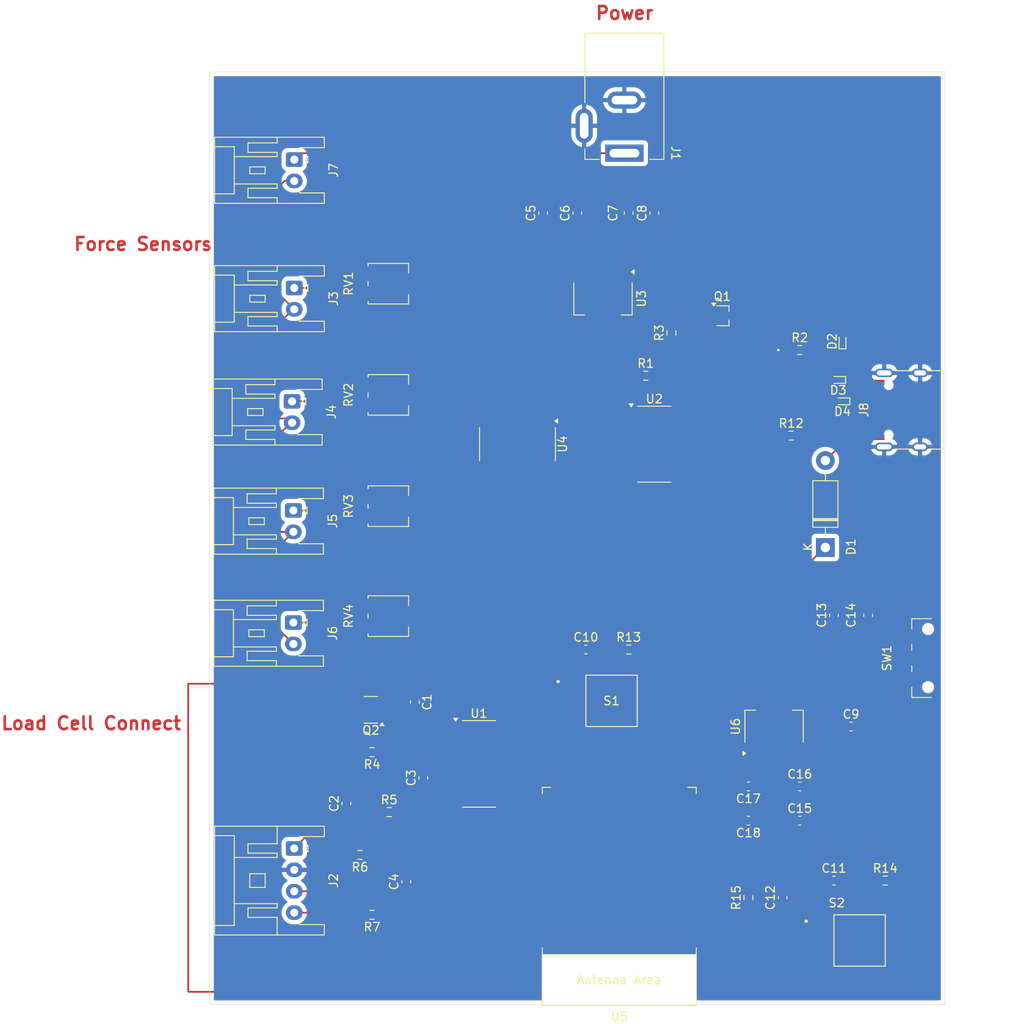
<source format=kicad_pcb>
(kicad_pcb (version 20240108) (generator "pcbnew") (generator_version "8.0")
  (title_block (title "FLOPS") (date "2024-11-14") (rev "REV3") (comment 1 "Team 09"))
  (layers (0 "F.Cu" signal) (31 "B.Cu" signal) (34 "B.Paste" user) (35 "F.Paste" user) (36 "B.SilkS" user "B.Silkscreen") (37 "F.SilkS" user "F.Silkscreen") (38 "B.Mask" user) (39 "F.Mask" user) (44 "Edge.Cuts" user))
  (net 0 "")
  (net 1 "ESP_3.3V")
  (net 2 "Net-(Q2-B)")
  (net 3 "Net-(J2-Pin_1)")
  (net 4 "GND")
  (net 6 "Net-(U1-VBG)")
  (net 7 "Net-(U1-INA-)")
  (net 8 "Net-(U1-VFB)")
  (net 9 "+5V_WALL")
  (net 10 "+3.3V_WALL")
  (net 11 "Net-(U1-INA+)")
  (net 12 "+5VUSB")
  (net 13 "GPIO0_BOOT")
  (net 14 "CHIP_PU_EN")
  (net 15 "Net-(D1-A)")
  (net 16 "Net-(D3-A1)")
  (net 17 "Net-(D4-A1)")
  (net 18 "Net-(J7-Pin_1)")
  (net 21 "Net-(J8-CC2)")
  (net 22 "Net-(J8-CC1)")
  (net 23 "NFET_3.3V")
  (net 24 "Net-(U4A-+)")
  (net 25 "Net-(U4B-+)")
  (net 26 "Net-(U4C-+)")
  (net 27 "Net-(U4D-+)")
  (net 28 "Net-(SW1-B)")
  (net 40 "Net-(J3-Pin_1)")
  (net 41 "Net-(J2-Pin_3)")
  (net 42 "Net-(J2-Pin_4)")
  (net 43 "Net-(J4-Pin_1)")
  (net 44 "Net-(J5-Pin_1)")
  (net 45 "Net-(J6-Pin_1)")
  (net 46 "Net-(Q1-G)")
  (net 49 "Net-(U4C--)")
  (net 50 "Net-(U4A--)")
  (net 51 "Net-(U4B--)")
  (net 53 "Net-(U4D--)")
  (net 69 "Net-(R1-Pad1)")
  (net 75 "GPIO_36")
  (net 76 "GPIO_35")
  (footprint "TS04-66-95-BK-100-SMT:SW_TS04-66-95-BK-100-SMT" (layer "F.Cu") (at 116 152)
    (property "Reference" "S2")
    (property "Value" "PTS810SJM250SMTR LFS")
  )
  (footprint "Resistor_SMD:R_0603_1608Metric_Pad0.98x0.95mm_HandSolder" (layer "F.Cu") (at 59 149 180)
    (property "Reference" "R7")
    (property "Value" "100")
  )
  (footprint "Capacitor_SMD:C_0603_1608Metric_Pad1.08x0.95mm_HandSolder" (layer "F.Cu") (at 65 133 90)
    (property "Reference" "C3")
    (property "Value" "0.1uF")
  )
  (footprint "Connector_JST:JST_XA_S04B-XASK-1N-BN_1x04_P2.50mm_Horizontal" (layer "F.Cu") (at 49.9 141.25 -90)
    (property "Reference" "J2")
    (property "Value" "Conn_01x04")
  )
  (footprint "Resistor_SMD:R_0603_1608Metric_Pad0.98x0.95mm_HandSolder" (layer "F.Cu") (at 119 145)
    (property "Reference" "R14")
    (property "Value" "10k")
  )
  (footprint "Potentiometer_SMD:Potentiometer_Bourns_3314G_Vertical" (layer "F.Cu") (at 60.9 75.25 90)
    (property "Reference" "RV1")
    (property "Value" "100k Trim Pot")
  )
  (footprint "Resistor_SMD:R_0603_1608Metric_Pad0.98x0.95mm_HandSolder" (layer "F.Cu") (at 108 93)
    (property "Reference" "R12")
    (property "Value" "5.1k")
  )
  (footprint "Connector_USB:USB_C_Receptacle_G-Switch_GT-USB-7010ASV" (layer "F.Cu") (at 122 90 90)
    (property "Reference" "J8")
    (property "Value" "USB_C_Receptacle_16P")
  )
  (footprint "Potentiometer_SMD:Potentiometer_Bourns_3314G_Vertical" (layer "F.Cu") (at 60.9 114.1 90)
    (property "Reference" "RV4")
    (property "Value" "100k Trim Pot")
  )
  (footprint "Capacitor_SMD:C_0603_1608Metric_Pad1.08x0.95mm_HandSolder" (layer "F.Cu") (at 92 67 90)
    (property "Reference" "C8")
    (property "Value" "0.1uF")
  )
  (footprint "Capacitor_SMD:C_0603_1608Metric_Pad1.08x0.95mm_HandSolder" (layer "F.Cu") (at 79 67 90)
    (property "Reference" "C5")
    (property "Value" "10uF")
  )
  (footprint "Package_TO_SOT_SMD:SOT-23-3" (layer "F.Cu") (at 58.8625 125.05 180)
    (property "Reference" "Q2")
    (property "Value" "S8550")
  )
  (footprint "Connector_JST:JST_XA_S02B-XASK-1N-BN_1x02_P2.50mm_Horizontal" (layer "F.Cu") (at 49.65 89 -90)
    (property "Reference" "J4")
    (property "Value" "Conn_01x02")
  )
  (footprint "Capacitor_SMD:C_0603_1608Metric_Pad1.08x0.95mm_HandSolder" (layer "F.Cu") (at 89 67 90)
    (property "Reference" "C7")
    (property "Value" "10uF")
  )
  (footprint "Connector_JST:JST_XA_S02B-XASK-1N-BN_1x02_P2.50mm_Horizontal" (layer "F.Cu") (at 49.8 101.75 -90)
    (property "Reference" "J5")
    (property "Value" "Conn_01x02")
  )
  (footprint "Package_TO_SOT_SMD:SOT-223-3_TabPin2" (layer "F.Cu") (at 86 77 -90)
    (property "Reference" "U3")
    (property "Value" "AZ1117CH-3.3")
  )
  (footprint "Capacitor_SMD:C_0603_1608Metric_Pad1.08x0.95mm_HandSolder" (layer "F.Cu") (at 115 127)
    (property "Reference" "C9")
    (property "Value" "10uF")
  )
  (footprint "Connector_JST:JST_XA_S02B-XASK-1N-BN_1x02_P2.50mm_Horizontal" (layer "F.Cu") (at 49.9 75.75 -90)
    (property "Reference" "J3")
    (property "Value" "Conn_01x02")
  )
  (footprint "PCM_Espressif:ESP32-S3-WROOM-1" (layer "F.Cu") (at 87.9 143.855 180)
    (property "Reference" "U5")
    (property "Value" "ESP32-S3-WROOM-1-N16R8")
  )
  (footprint "Capacitor_SMD:C_0603_1608Metric_Pad1.08x0.95mm_HandSolder" (layer "F.Cu") (at 107 147 90)
    (property "Reference" "C12")
    (property "Value" "1uf")
  )
  (footprint "Capacitor_SMD:C_0603_1608Metric_Pad1.08x0.95mm_HandSolder" (layer "F.Cu") (at 117 114 90)
    (property "Reference" "C14")
    (property "Value" "0.1uF")
  )
  (footprint "Capacitor_SMD:C_0603_1608Metric_Pad1.08x0.95mm_HandSolder" (layer "F.Cu") (at 64 124.1375 -90)
    (property "Reference" "C1")
    (property "Value" "10uF")
  )
  (footprint "Resistor_SMD:R_0603_1608Metric_Pad0.98x0.95mm_HandSolder" (layer "F.Cu") (at 109 83)
    (property "Reference" "R2")
    (property "Value" "5.1k")
  )
  (footprint "Diode_THT:D_DO-41_SOD81_P10.16mm_Horizontal" (layer "F.Cu") (at 112 106.08 90)
    (property "Reference" "D1")
    (property "Value" "1N5819-HW-7-F")
  )
  (footprint "Connector_BarrelJack:BarrelJack_Kycon_KLDX-0202-xC_Horizontal" (layer "F.Cu") (at 88.5 60 -90)
    (property "Reference" "J1")
    (property "Value" "Barrel_Jack")
  )
  (footprint "Connector_JST:JST_XA_S02B-XASK-1N-BN_1x02_P2.50mm_Horizontal" (layer "F.Cu") (at 49.8 114.85 -90)
    (property "Reference" "J6")
    (property "Value" "Conn_01x02")
  )
  (footprint "Resistor_SMD:R_0603_1608Metric_Pad0.98x0.95mm_HandSolder" (layer "F.Cu") (at 91 86)
    (property "Reference" "R1")
    (property "Value" "100")
  )
  (footprint "Potentiometer_SMD:Potentiometer_Bourns_3314G_Vertical" (layer "F.Cu") (at 60.9 88.25 90)
    (property "Reference" "RV2")
    (property "Value" "100k Trim Pot")
  )
  (footprint "Resistor_SMD:R_0603_1608Metric_Pad0.98x0.95mm_HandSolder" (layer "F.Cu") (at 94 81 90)
    (property "Reference" "R3")
    (property "Value" "10k")
  )
  (footprint "Resistor_SMD:R_0603_1608Metric_Pad0.98x0.95mm_HandSolder" (layer "F.Cu") (at 57.5875 142 180)
    (property "Reference" "R6")
    (property "Value" "100")
  )
  (footprint "Button_Switch_SMD:SW_SPDT_CK_JS102011SAQN" (layer "F.Cu") (at 124 119 90)
    (property "Reference" "SW1")
    (property "Value" "JS102011SAQN")
  )
  (footprint "Diode_SMD:D_SOD-923" (layer "F.Cu") (at 114 82 90)
    (property "Reference" "D2")
    (property "Value" "ESD5B5CU")
  )
  (footprint "Resistor_SMD:R_0603_1608Metric_Pad0.98x0.95mm_HandSolder" (layer "F.Cu") (at 103 147 90)
    (property "Reference" "R15")
    (property "Value" "10k")
  )
  (footprint "Package_SO:SOIC-14_3.9x8.7mm_P1.27mm" (layer "F.Cu") (at 92 94)
    (property "Reference" "U2")
    (property "Value" "74LS21")
  )
  (footprint "Connector_JST:JST_XA_S02B-XASK-1N-BN_1x02_P2.50mm_Horizontal" (layer "F.Cu") (at 49.9 60.75 -90)
    (property "Reference" "J7")
    (property "Value" "Conn_01x02")
  )
  (footprint "Capacitor_SMD:C_0603_1608Metric_Pad1.08x0.95mm_HandSolder" (layer "F.Cu") (at 83 67 90)
    (property "Reference" "C6")
    (property "Value" "0.1uF")
  )
  (footprint "Capacitor_SMD:C_0603_1608Metric_Pad1.08x0.95mm_HandSolder" (layer "F.Cu") (at 63 145.1375 90)
    (property "Reference" "C4")
    (property "Value" "0.1uF")
  )
  (footprint "Resistor_SMD:R_0603_1608Metric_Pad0.98x0.95mm_HandSolder" (layer "F.Cu") (at 89 118)
    (property "Reference" "R13")
    (property "Value" "10k")
  )
  (footprint "Capacitor_SMD:C_0603_1608Metric_Pad1.08x0.95mm_HandSolder" (layer "F.Cu") (at 109 138)
    (property "Reference" "C15")
    (property "Value" "10uF")
  )
  (footprint "Capacitor_SMD:C_0603_1608Metric_Pad1.08x0.95mm_HandSolder" (layer "F.Cu") (at 56 136 90)
    (property "Reference" "C2")
    (property "Value" "0.1uF")
  )
  (footprint "Capacitor_SMD:C_0603_1608Metric_Pad1.08x0.95mm_HandSolder" (layer "F.Cu") (at 113 114 90)
    (property "Reference" "C13")
    (property "Value" "10uF")
  )
  (footprint "Package_TO_SOT_SMD:SOT-323_SC-70" (layer "F.Cu") (at 100 79)
    (property "Reference" "Q1")
    (property "Value" "BSS816NWH6327XTSA1")
  )
  (footprint "Capacitor_SMD:C_0603_1608Metric_Pad1.08x0.95mm_HandSolder" (layer "F.Cu") (at 109 134)
    (property "Reference" "C16")
    (property "Value" "0.1uF")
  )
  (footprint "Package_SO:SOIC-14_3.9x8.7mm_P1.27mm" (layer "F.Cu") (at 76 94 -90)
    (property "Reference" "U4")
    (property "Value" "MCP6004")
  )
  (footprint "Diode_SMD:D_SOD-923" (layer "F.Cu") (at 114 89 180)
    (property "Reference" "D4")
    (property "Value" "ESD5B5CU")
  )
  (footprint "Package_SO:SOP-16_3.9x9.9mm_P1.27mm" (layer "F.Cu") (at 71.5 131.365)
    (property "Reference" "U1")
    (property "Value" "HX711")
  )
  (footprint "Package_TO_SOT_SMD:SOT-223-3_TabPin2" (layer "F.Cu") (at 106 127 90)
    (property "Reference" "U6")
    (property "Value" "AZ1117CH-3.3")
  )
  (footprint "TS04-66-95-BK-100-SMT:SW_TS04-66-95-BK-100-SMT" (layer "F.Cu") (at 87 124)
    (property "Reference" "S1")
    (property "Value" "PTS810SJM250SMTR LFS")
  )
  (footprint "Capacitor_SMD:C_0603_1608Metric_Pad1.08x0.95mm_HandSolder" (layer "F.Cu") (at 103 134 180)
    (property "Reference" "C17")
    (property "Value" "10uF")
  )
  (footprint "Capacitor_SMD:C_0603_1608Metric_Pad1.08x0.95mm_HandSolder" (layer "F.Cu") (at 103 138 180)
    (property "Reference" "C18")
    (property "Value" "0.1uF")
  )
  (footprint "Resistor_SMD:R_0603_1608Metric_Pad0.98x0.95mm_HandSolder" (layer "F.Cu") (at 59 130 180)
    (property "Reference" "R4")
    (property "Value" "20k")
  )
  (footprint "Resistor_SMD:R_0603_1608Metric_Pad0.98x0.95mm_HandSolder" (layer "F.Cu") (at 61 137)
    (property "Reference" "R5")
    (property "Value" "8.2k")
  )
  (footprint "Potentiometer_SMD:Potentiometer_Bourns_3314G_Vertical" (layer "F.Cu") (at 60.9 101.25 90)
    (property "Reference" "RV3")
    (property "Value" "100k Trim Pot")
  )
  (footprint "Capacitor_SMD:C_0603_1608Metric_Pad1.08x0.95mm_HandSolder" (layer "F.Cu") (at 113 145)
    (property "Reference" "C11")
    (property "Value" "0.1uF")
  )
  (footprint "Capacitor_SMD:C_0603_1608Metric_Pad1.08x0.95mm_HandSolder" (layer "F.Cu") (at 84 118)
    (property "Reference" "C10")
    (property "Value" "0.1uF")
  )
  (footprint "Diode_SMD:D_SOD-923" (layer "F.Cu") (at 113.5 86.5 180)
    (property "Reference" "D3")
    (property "Value" "ESD5B5CU")
  )
  (gr_rect (start 37.5 122) (end 77 158) (stroke (width 0.2)) (fill none) (layer "F.Cu"))
  (gr_rect (start 40 50.5) (end 126 159.5) (stroke (width 0.05)) (fill none) (layer "Edge.Cuts"))
  (gr_text "Force Sensors" (at 24 71.5 0) (layer "F.Cu") (effects (font (size 1.5 1.5) (thickness 0.3) (bold yes)) (justify left bottom)))
  (gr_text "Power" (at 85 44.5 0) (layer "F.Cu") (effects (font (size 1.5 1.5) (thickness 0.3) (bold yes)) (justify left bottom)))
  (gr_text "Load Cell Connect" (at 15.5 127.5 0) (layer "F.Cu") (effects (font (size 1.5 1.5) (thickness 0.3) (bold yes)) (justify left bottom)))
  (segment (start 106 114) (end 106 123.85) (width 0.2) (layer "F.Cu") (net 1))
  (segment (start 69 126.92) (end 65.92 126.92) (width 0.2) (layer "F.Cu") (net 1))
  (segment (start 106.5 106) (end 106.5 113.5) (width 0.2) (layer "F.Cu") (net 1))
  (segment (start 115 114.8625) (end 117 114.8625) (width 0.2) (layer "F.Cu") (net 1))
  (segment (start 74 126.92) (end 75 125.92) (width 0.2) (layer "F.Cu") (net 1))
  (segment (start 103.8625 138) (end 103.8625 134) (width 0.2) (layer "F.Cu") (net 1))
  (segment (start 75 120) (end 80 115) (width 0.2) (layer "F.Cu") (net 1))
  (segment (start 121.25 116.5) (end 116.6375 116.5) (width 0.2) (layer "F.Cu") (net 1))
  (segment (start 75 125.92) (end 75 120) (width 0.2) (layer "F.Cu") (net 1))
  (segment (start 114.5 113.3625) (end 114.5 104) (width 0.2) (layer "F.Cu") (net 1))
  (segment (start 100.15 118) (end 106 123.85) (width 0.2) (layer "F.Cu") (net 1))
  (segment (start 113 114.8625) (end 114.5 113.3625) (width 0.2) (layer "F.Cu") (net 1))
  (segment (start 99 115) (end 106 122) (width 0.2) (layer "F.Cu") (net 1))
  (segment (start 104 145) (end 103.8625 144.8625) (width 0.2) (layer "F.Cu") (net 1))
  (segment (start 89.9125 118) (end 100.15 118) (width 0.2) (layer "F.Cu") (net 1))
  (segment (start 103 146) (end 104 145) (width 0.2) (layer "F.Cu") (net 1))
  (segment (start 116.6375 116.5) (end 115 114.8625) (width 0.2) (layer "F.Cu") (net 1))
  (segment (start 114 103.5) (end 109 103.5) (width 0.2) (layer "F.Cu") (net 1))
  (segment (start 106 123.85) (end 106 130.15) (width 0.2) (layer "F.Cu") (net 1))
  (segment (start 74 126.92) (end 69 126.92) (width 0.2) (layer "F.Cu") (net 1))
  (segment (start 106 122) (end 106 123.85) (width 0.2) (layer "F.Cu") (net 1))
  (segment (start 106 131.8625) (end 103.8625 134) (width 0.2) (layer "F.Cu") (net 1))
  (segment (start 65.92 126.92) (end 64 125) (width 0.2) (layer "F.Cu") (net 1))
  (segment (start 103.8625 144.8625) (end 103.8625 138) (width 0.2) (layer "F.Cu") (net 1))
  (segment (start 80 115) (end 99 115) (width 0.2) (layer "F.Cu") (net 1))
  (segment (start 106.5 113.5) (end 106 114) (width 0.2) (layer "F.Cu") (net 1))
  (segment (start 113 114.8625) (end 115 114.8625) (width 0.2) (layer "F.Cu") (net 1))
  (segment (start 106 130.15) (end 106 131.8625) (width 0.2) (layer "F.Cu") (net 1))
  (segment (start 103 146.0875) (end 103 146) (width 0.2) (layer "F.Cu") (net 1))
  (segment (start 114.5 104) (end 114 103.5) (width 0.2) (layer "F.Cu") (net 1))
  (segment (start 64 125) (end 61 125) (width 0.2) (layer "F.Cu") (net 1))
  (segment (start 61 125) (end 60 126) (width 0.2) (layer "F.Cu") (net 1))
  (segment (start 69.087501 126.595) (end 70.0875 126.595) (width 0.2) (layer "F.Cu") (net 1))
  (segment (start 109 103.5) (end 106.5 106) (width 0.2) (layer "F.Cu") (net 1))
  (segment (start 58.5 126.5) (end 58.5 125.578052) (width 0.2) (layer "F.Cu") (net 2))
  (segment (start 58.560974 125.539026) (end 60 124.1) (width 0.2) (layer "F.Cu") (net 2))
  (segment (start 60.19 128.19) (end 58.5 126.5) (width 0.2) (layer "F.Cu") (net 2))
  (segment (start 58.539026 125.539026) (end 58.560974 125.539026) (width 0.2) (layer "F.Cu") (net 2))
  (segment (start 58.5 125.578052) (end 58.539026 125.539026) (width 0.2) (layer "F.Cu") (net 2))
  (segment (start 69 128.19) (end 60.19 128.19) (width 0.2) (layer "F.Cu") (net 2))
  (segment (start 56 126.775) (end 57.725 125.05) (width 0.2) (layer "F.Cu") (net 3))
  (segment (start 56 127.9125) (end 56 126.775) (width 0.2) (layer "F.Cu") (net 3))
  (segment (start 49.9 141.2375) (end 56 135.1375) (width 0.2) (layer "F.Cu") (net 3))
  (segment (start 69 129.46) (end 68.54 129) (width 0.2) (layer "F.Cu") (net 3))
  (segment (start 56 135.1375) (end 56 132.0875) (width 0.2) (layer "F.Cu") (net 3))
  (segment (start 68.54 129) (end 59 129) (width 0.2) (layer "F.Cu") (net 3))
  (segment (start 59 129) (end 59 129.0875) (width 0.2) (layer "F.Cu") (net 3))
  (segment (start 49.9 141.25) (end 49.9 141.2375) (width 0.2) (layer "F.Cu") (net 3))
  (segment (start 58.0875 130) (end 56 127.9125) (width 0.2) (layer "F.Cu") (net 3))
  (segment (start 56 132.0875) (end 58.0875 130) (width 0.2) (layer "F.Cu") (net 3))
  (segment (start 59 129.0875) (end 58.0875 130) (width 0.2) (layer "F.Cu") (net 3))
  (segment (start 108.0875 83) (end 106.5 83) (width 0.2) (layer "F.Cu") (net 4))
  (via (at 106.5 83) (size 0.6) (drill 0.3) (layers "F.Cu" "B.Cu") (net 4))
  (segment (start 69 133.27) (end 65.5925 133.27) (width 0.2) (layer "F.Cu") (net 6))
  (segment (start 65.5925 133.27) (end 65 133.8625) (width 0.2) (layer "F.Cu") (net 6))
  (segment (start 68.185 134.54) (end 60.725 142) (width 0.2) (layer "F.Cu") (net 7))
  (segment (start 69 134.54) (end 68.185 134.54) (width 0.2) (layer "F.Cu") (net 7))
  (segment (start 58.5 142) (end 60.725 142) (width 0.2) (layer "F.Cu") (net 7))
  (segment (start 60.725 142) (end 63 144.275) (width 0.2) (layer "F.Cu") (net 7))
  (segment (start 61.9125 137) (end 61.9125 132) (width 0.2) (layer "F.Cu") (net 8))
  (segment (start 61.9125 132) (end 59.9125 130) (width 0.2) (layer "F.Cu") (net 8))
  (segment (start 69 130.73) (end 63.1825 130.73) (width 0.2) (layer "F.Cu") (net 8))
  (segment (start 63.1825 130.73) (end 61.9125 132) (width 0.2) (layer "F.Cu") (net 8))
  (segment (start 48.75 63.25) (end 47 65) (width 0.2) (layer "F.Cu") (net 9))
  (segment (start 49.5 91.5) (end 48 93) (width 0.2) (layer "F.Cu") (net 9))
  (segment (start 48 93) (end 48 104) (width 0.2) (layer "F.Cu") (net 9))
  (segment (start 72 80) (end 62 80) (width 0.2) (layer "F.Cu") (net 9))
  (segment (start 48 80) (end 48 91) (width 0.2) (layer "F.Cu") (net 9))
  (segment (start 61 71) (end 62 70) (width 0.2) (layer "F.Cu") (net 9))
  (segment (start 61 79) (end 61 71) (width 0.2) (layer "F.Cu") (net 9))
  (segment (start 48.25 104.25) (end 49.8 104.25) (width 0.2) (layer "F.Cu") (net 9))
  (segment (start 48 115.55) (end 49.8 117.35) (width 0.2) (layer "F.Cu") (net 9))
  (segment (start 76.85 73.85) (end 83.7 73.85) (width 0.2) (layer "F.Cu") (net 9))
  (segment (start 47 65) (end 47 75.35) (width 0.2) (layer "F.Cu") (net 9))
  (segment (start 48 106.05) (end 48 115.55) (width 0.2) (layer "F.Cu") (net 9))
  (segment (start 48 91) (end 49.15 91) (width 0.2) (layer "F.Cu") (net 9))
  (segment (start 49.9 63.25) (end 48.75 63.25) (width 0.2) (layer "F.Cu") (net 9))
  (segment (start 76 91.525) (end 76 84) (width 0.2) (layer "F.Cu") (net 9))
  (segment (start 83.7 73.85) (end 83.7 68.5625) (width 0.2) (layer "F.Cu") (net 9))
  (segment (start 47 75.35) (end 49.9 78.25) (width 0.2) (layer "F.Cu") (net 9))
  (segment (start 76 84) (end 72 80) (width 0.2) (layer "F.Cu") (net 9))
  (segment (start 49.75 78.25) (end 48 80) (width 0.2) (layer "F.Cu") (net 9))
  (segment (start 83 67.8625) (end 79 67.8625) (width 0.2) (layer "F.Cu") (net 9))
  (segment (start 83.7 68.5625) (end 83 67.8625) (width 0.2) (layer "F.Cu") (net 9))
  (segment (start 62 70) (end 73 70) (width 0.2) (layer "F.Cu") (net 9))
  (segment (start 62 80) (end 61 79) (width 0.2) (layer "F.Cu") (net 9))
  (segment (start 48 104) (end 48.25 104.25) (width 0.2) (layer "F.Cu") (net 9))
  (segment (start 49.8 104.25) (end 48 106.05) (width 0.2) (layer "F.Cu") (net 9))
  (segment (start 49.65 91.5) (end 49.5 91.5) (width 0.2) (layer "F.Cu") (net 9))
  (segment (start 73 70) (end 76.85 73.85) (width 0.2) (layer "F.Cu") (net 9))
  (segment (start 49.15 91) (end 49.65 91.5) (width 0.2) (layer "F.Cu") (net 9))
  (segment (start 49.9 78.25) (end 49.75 78.25) (width 0.2) (layer "F.Cu") (net 9))
  (segment (start 86 73.85) (end 86 70.8625) (width 0.2) (layer "F.Cu") (net 10))
  (segment (start 86 73.85) (end 86 80.15) (width 0.2) (layer "F.Cu") (net 10))
  (segment (start 90.85 80.15) (end 93 78) (width 0.2) (layer "F.Cu") (net 10))
  (segment (start 93.35 78.35) (end 99 78.35) (width 0.2) (layer "F.Cu") (net 10))
  (segment (start 86 70.8625) (end 89 67.8625) (width 0.2) (layer "F.Cu") (net 10))
  (segment (start 89 67.8625) (end 92 67.8625) (width 0.2) (layer "F.Cu") (net 10))
  (segment (start 86 80.15) (end 90.85 80.15) (width 0.2) (layer "F.Cu") (net 10))
  (segment (start 93 78) (end 93.35 78.35) (width 0.2) (layer "F.Cu") (net 10))
  (segment (start 59.9125 149) (end 60 149) (width 0.2) (layer "F.Cu") (net 11))
  (segment (start 60 149) (end 63 146) (width 0.2) (layer "F.Cu") (net 11))
  (segment (start 69 142) (end 65 146) (width 0.2) (layer "F.Cu") (net 11))
  (segment (start 69 135.81) (end 69 142) (width 0.2) (layer "F.Cu") (net 11))
  (segment (start 65 146) (end 63 146) (width 0.2) (layer "F.Cu") (net 11))
  (segment (start 115.5 129) (end 110 129) (width 0.2) (layer "F.Cu") (net 12))
  (segment (start 109.45 129) (end 108.3 130.15) (width 0.2) (layer "F.Cu") (net 12))
  (segment (start 108.3 133.8375) (end 108.1375 134) (width 0.2) (layer "F.Cu") (net 12))
  (segment (start 111.92 106.08) (end 110 108) (width 0.2) (layer "F.Cu") (net 12))
  (segment (start 110 108) (end 110 129) (width 0.2) (layer "F.Cu") (net 12))
  (segment (start 115.8625 128.6375) (end 115.5 129) (width 0.2) (layer "F.Cu") (net 12))
  (segment (start 112 106.08) (end 111.92 106.08) (width 0.2) (layer "F.Cu") (net 12))
  (segment (start 108.3 130.15) (end 108.3 133.8375) (width 0.2) (layer "F.Cu") (net 12))
  (segment (start 110 129) (end 109.45 129) (width 0.2) (layer "F.Cu") (net 12))
  (segment (start 115.8625 127) (end 115.8625 128.6375) (width 0.2) (layer "F.Cu") (net 12))
  (segment (start 108.1375 134) (end 108.1375 138) (width 0.2) (layer "F.Cu") (net 12))
  (segment (start 86.5 118) (end 86.5 120) (width 0.2) (layer "F.Cu") (net 13))
  (segment (start 82.45 120.55) (end 83 120) (width 0.2) (layer "F.Cu") (net 13))
  (segment (start 82.45 121.75) (end 82.45 120.55) (width 0.2) (layer "F.Cu") (net 13))
  (segment (start 81.25 121.75) (end 78 125) (width 0.2) (layer "F.Cu") (net 13))
  (segment (start 91 120) (end 91.55 120.55) (width 0.2) (layer "F.Cu") (net 13))
  (segment (start 84.8625 118) (end 86.5 118) (width 0.2) (layer "F.Cu") (net 13))
  (segment (start 82.45 121.75) (end 81.25 121.75) (width 0.2) (layer "F.Cu") (net 13))
  (segment (start 91.55 120.55) (end 91.55 121.75) (width 0.2) (layer "F.Cu") (net 13))
  (segment (start 83 120) (end 86.5 120) (width 0.2) (layer "F.Cu") (net 13))
  (segment (start 78 125) (end 78 134.455) (width 0.2) (layer "F.Cu") (net 13))
  (segment (start 86.5 118) (end 88.0875 118) (width 0.2) (layer "F.Cu") (net 13))
  (segment (start 86.5 120) (end 91 120) (width 0.2) (layer "F.Cu") (net 13))
  (segment (start 78 134.455) (end 79.15 135.605) (width 0.2) (layer "F.Cu") (net 13))
  (segment (start 103 147.9125) (end 101.3375 149.575) (width 0.2) (layer "F.Cu") (net 14))
  (segment (start 112.25 147.75) (end 111.45 148.55) (width 0.2) (layer "F.Cu") (net 14))
  (segment (start 120.55 147.55) (end 120 147) (width 0.2) (layer "F.Cu") (net 14))
  (segment (start 120.55 149.75) (end 120.55 147.55) (width 0.2) (layer "F.Cu") (net 14))
  (segment (start 110.6375 146.1375) (end 112.25 147.75) (width 0.2) (layer "F.Cu") (net 14))
  (segment (start 116 145) (end 116 147) (width 0.2) (layer "F.Cu") (net 14))
  (segment (start 107 146.1375) (end 104.775 146.1375) (width 0.2) (layer "F.Cu") (net 14))
  (segment (start 113.8625 145) (end 116 145) (width 0.2) (layer "F.Cu") (net 14))
  (segment (start 111.45 148.55) (end 111.45 149.75) (width 0.2) (layer "F.Cu") (net 14))
  (segment (start 120 147) (end 116 147) (width 0.2) (layer "F.Cu") (net 14))
  (segment (start 116 145) (end 118.0875 145) (width 0.2) (layer "F.Cu") (net 14))
  (segment (start 101.3375 149.575) (end 96.65 149.575) (width 0.2) (layer "F.Cu") (net 14))
  (segment (start 113 147) (end 112.25 147.75) (width 0.2) (layer "F.Cu") (net 14))
  (segment (start 104.775 146.1375) (end 103 147.9125) (width 0.2) (layer "F.Cu") (net 14))
  (segment (start 107 146.1375) (end 110.6375 146.1375) (width 0.2) (layer "F.Cu") (net 14))
  (segment (start 116 147) (end 113 147) (width 0.2) (layer "F.Cu") (net 14))
  (segment (start 117.355 87.5) (end 117.455 87.6) (width 0.2) (layer "F.Cu") (net 15))
  (segment (start 115.52 92.4) (end 118.275 92.4) (width 0.2) (layer "F.Cu") (net 15))
  (segment (start 117.455 87.6) (end 118.275 87.6) (width 0.2) (layer "F.Cu") (net 15))
  (segment (start 117.355 85.775) (end 117.355 87.5) (width 0.2) (layer "F.Cu") (net 15))
  (segment (start 114 82.42) (end 117.355 85.775) (width 0.2) (layer "F.Cu") (net 15))
  (segment (start 112 95.92) (end 115.52 92.4) (width 0.2) (layer "F.Cu") (net 15))
  (segment (start 117.33 89.75) (end 118.275 89.75) (width 0.2) (layer "F.Cu") (net 16))
  (segment (start 114.08 86.5) (end 117.33 89.75) (width 0.2) (layer "F.Cu") (net 16))
  (segment (start 113.92 86.5) (end 114.08 86.5) (width 0.2) (layer "F.Cu") (net 16))
  (segment (start 119.145 89.25) (end 119.195 89.3) (width 0.2) (layer "F.Cu") (net 17))
  (segment (start 119.145 90.25) (end 118.275 90.25) (width 0.2) (layer "F.Cu") (net 17))
  (segment (start 119.195 89.3) (end 119.195 90.2) (width 0.2) (layer "F.Cu") (net 17))
  (segment (start 119.195 90.2) (end 119.145 90.25) (width 0.2) (layer "F.Cu") (net 17))
  (segment (start 118.275 89.25) (end 119.145 89.25) (width 0.2) (layer "F.Cu") (net 17))
  (segment (start 115.67 90.25) (end 118.275 90.25) (width 0.2) (layer "F.Cu") (net 17))
  (segment (start 114.42 89) (end 115.67 90.25) (width 0.2) (layer "F.Cu") (net 17))
  (segment (start 88.5 60) (end 50.65 60) (width 0.2) (layer "F.Cu") (net 18))
  (segment (start 50.65 60) (end 49.9 60.75) (width 0.2) (layer "F.Cu") (net 18))
  (segment (start 109.9125 83) (end 113 83) (width 0.2) (layer "F.Cu") (net 21))
  (segment (start 117.405 88.25) (end 118.275 88.25) (width 0.2) (layer "F.Cu") (net 21))
  (segment (start 113 83) (end 115 85) (width 0.2) (layer "F.Cu") (net 21))
  (segment (start 115 85) (end 115 85.845) (width 0.2) (layer "F.Cu") (net 21))
  (segment (start 115 85.845) (end 117.405 88.25) (width 0.2) (layer "F.Cu") (net 21))
  (segment (start 108.9125 93) (end 110.6625 91.25) (width 0.2) (layer "F.Cu") (net 22))
  (segment (start 110.6625 91.25) (end 118.275 91.25) (width 0.2) (layer "F.Cu") (net 22))
  (segment (start 102 80) (end 102 92) (width 0.2) (layer "F.Cu") (net 23))
  (segment (start 111 101) (end 118 101) (width 0.2) (layer "F.Cu") (net 23))
  (segment (start 118 101) (end 122.8 105.8) (width 0.2) (layer "F.Cu") (net 23))
  (segment (start 102 92) (end 111 101) (width 0.2) (layer "F.Cu") (net 23))
  (segment (start 122.8 117.45) (end 121.25 119) (width 0.2) (layer "F.Cu") (net 23))
  (segment (start 122.8 105.8) (end 122.8 117.45) (width 0.2) (layer "F.Cu") (net 23))
  (segment (start 101 79) (end 102 80) (width 0.2) (layer "F.Cu") (net 23))
  (segment (start 71 76) (end 77.27 82.27) (width 0.2) (layer "F.Cu") (net 24))
  (segment (start 64.4 76) (end 71 76) (width 0.2) (layer "F.Cu") (net 24))
  (segment (start 63.65 75.25) (end 64.4 76) (width 0.2) (layer "F.Cu") (net 24))
  (segment (start 77.27 82.27) (end 77.27 91.525) (width 0.2) (layer "F.Cu") (net 24))
  (segment (start 72 88) (end 74.73 90.73) (width 0.2) (layer "F.Cu") (net 25))
  (segment (start 71.75 88.25) (end 72 88) (width 0.2) (layer "F.Cu") (net 25))
  (segment (start 63.65 88.25) (end 71.75 88.25) (width 0.2) (layer "F.Cu") (net 25))
  (segment (start 74.73 90.73) (end 74.73 91.525) (width 0.2) (layer "F.Cu") (net 25))
  (segment (start 74.73 98.27) (end 74.73 96.475) (width 0.2) (layer "F.Cu") (net 26))
  (segment (start 64.4 102) (end 71 102) (width 0.2) (layer "F.Cu") (net 26))
  (segment (start 71 102) (end 74.73 98.27) (width 0.2) (layer "F.Cu") (net 26))
  (segment (start 63.65 101.25) (end 64.4 102) (width 0.2) (layer "F.Cu") (net 26))
  (segment (start 70.75 107) (end 63.65 114.1) (width 0.2) (layer "F.Cu") (net 27))
  (segment (start 71 107) (end 70.75 107) (width 0.2) (layer "F.Cu") (net 27))
  (segment (start 77.27 96.475) (end 77.27 97.449999) (width 0.2) (layer "F.Cu") (net 27))
  (segment (start 72 106) (end 71 107) (width 0.2) (layer "F.Cu") (net 27))
  (segment (start 72 102.719999) (end 72 106) (width 0.2) (layer "F.Cu") (net 27))
  (segment (start 77.27 97.449999) (end 72 102.719999) (width 0.2) (layer "F.Cu") (net 27))
  (segment (start 123 155.5) (end 123 123.25) (width 0.2) (layer "F.Cu") (net 28))
  (segment (start 100.345 150.845) (end 107 157.5) (width 0.2) (layer "F.Cu") (net 28))
  (segment (start 121 157.5) (end 123 155.5) (width 0.2) (layer "F.Cu") (net 28))
  (segment (start 107 157.5) (end 121 157.5) (width 0.2) (layer "F.Cu") (net 28))
  (segment (start 96.65 150.845) (end 100.345 150.845) (width 0.2) (layer "F.Cu") (net 28))
  (segment (start 123 123.25) (end 121.25 121.5) (width 0.2) (layer "F.Cu") (net 28))
  (segment (start 57.5 75.75) (end 58.15 76.4) (width 0.2) (layer "F.Cu") (net 40))
  (segment (start 49.9 75.75) (end 57.5 75.75) (width 0.2) (layer "F.Cu") (net 40))
  (segment (start 49.9 146.25) (end 52.425 146.25) (width 0.2) (layer "F.Cu") (net 41))
  (segment (start 52.425 146.25) (end 56.675 142) (width 0.2) (layer "F.Cu") (net 41))
  (segment (start 57.8375 148.75) (end 58.0875 149) (width 0.2) (layer "F.Cu") (net 42))
  (segment (start 49.9 148.75) (end 57.8375 148.75) (width 0.2) (layer "F.Cu") (net 42))
  (segment (start 57.75 89) (end 58.15 89.4) (width 0.2) (layer "F.Cu") (net 43))
  (segment (start 49.65 89) (end 57.75 89) (width 0.2) (layer "F.Cu") (net 43))
  (segment (start 57.5 101.75) (end 58.15 102.4) (width 0.2) (layer "F.Cu") (net 44))
  (segment (start 49.8 101.75) (end 57.5 101.75) (width 0.2) (layer "F.Cu") (net 44))
  (segment (start 49.8 114.85) (end 57.75 114.85) (width 0.2) (layer "F.Cu") (net 45))
  (segment (start 57.75 114.85) (end 58.15 115.25) (width 0.2) (layer "F.Cu") (net 45))
  (segment (start 91.9125 84) (end 94 81.9125) (width 0.2) (layer "F.Cu") (net 46))
  (segment (start 96.7375 81.9125) (end 99 79.65) (width 0.2) (layer "F.Cu") (net 46))
  (segment (start 91.9125 86) (end 91.9125 84) (width 0.2) (layer "F.Cu") (net 46))
  (segment (start 94 81.9125) (end 96.7375 81.9125) (width 0.2) (layer "F.Cu") (net 46))
  (segment (start 87 94.87) (end 74.090001 94.87) (width 0.2) (layer "F.Cu") (net 49))
  (segment (start 74.090001 94.87) (end 73.46 95.500001) (width 0.2) (layer "F.Cu") (net 49))
  (segment (start 89.525 94) (end 87.87 94) (width 0.2) (layer "F.Cu") (net 49))
  (segment (start 73.46 95.500001) (end 73.46 96.475) (width 0.2) (layer "F.Cu") (net 49))
  (segment (start 87.87 94) (end 87 94.87) (width 0.2) (layer "F.Cu") (net 49))
  (segment (start 72.19 96.475) (end 73.46 96.475) (width 0.2) (layer "F.Cu") (net 49))
  (segment (start 89.525 90.19) (end 81.145 90.19) (width 0.2) (layer "F.Cu") (net 50))
  (segment (start 78.54 91.525) (end 79.81 91.525) (width 0.2) (layer "F.Cu") (net 50))
  (segment (start 81.145 90.19) (end 79.81 91.525) (width 0.2) (layer "F.Cu") (net 50))
  (segment (start 87 93) (end 86 94) (width 0.2) (layer "F.Cu") (net 51))
  (segment (start 88.550001 91.46) (end 87.010001 93) (width 0.2) (layer "F.Cu") (net 51))
  (segment (start 86 94) (end 75 94) (width 0.2) (layer "F.Cu") (net 51))
  (segment (start 73.46 92.46) (end 73.46 91.525) (width 0.2) (layer "F.Cu") (net 51))
  (segment (start 89.525 91.46) (end 88.550001 91.46) (width 0.2) (layer "F.Cu") (net 51))
  (segment (start 87.010001 93) (end 87 93) (width 0.2) (layer "F.Cu") (net 51))
  (segment (start 75 94) (end 73.46 92.46) (width 0.2) (layer "F.Cu") (net 51))
  (segment (start 81.015 95.27) (end 79.81 96.475) (width 0.2) (layer "F.Cu") (net 53))
  (segment (start 78.54 96.475) (end 79.81 96.475) (width 0.2) (layer "F.Cu") (net 53))
  (segment (start 89.525 95.27) (end 81.015 95.27) (width 0.2) (layer "F.Cu") (net 53))
  (segment (start 91 86.9125) (end 90.0875 86) (width 0.2) (layer "F.Cu") (net 69))
  (segment (start 91 95.410552) (end 91 86.9125) (width 0.2) (layer "F.Cu") (net 69))
  (segment (start 89.870552 96.54) (end 91 95.410552) (width 0.2) (layer "F.Cu") (net 69))
  (segment (start 89.525 96.54) (end 89.870552 96.54) (width 0.2) (layer "F.Cu") (net 69))
  (segment (start 76.1 136.165686) (end 78.079314 138.145) (width 0.2) (layer "F.Cu") (net 75))
  (segment (start 74 133.27) (end 75.87 133.27) (width 0.2) (layer "F.Cu") (net 75))
  (segment (start 75.87 133.27) (end 76.1 133.5) (width 0.2) (layer "F.Cu") (net 75))
  (segment (start 76.1 133.5) (end 76.1 136.165686) (width 0.2) (layer "F.Cu") (net 75))
  (segment (start 78.079314 138.145) (end 79.15 138.145) (width 0.2) (layer "F.Cu") (net 75))
  (segment (start 75.5 132) (end 76.5 133) (width 0.2) (layer "F.Cu") (net 76))
  (segment (start 76.5 133) (end 76.5 136) (width 0.2) (layer "F.Cu") (net 76))
  (segment (start 76.5 136) (end 77.375 136.875) (width 0.2) (layer "F.Cu") (net 76))
  (segment (start 74 132) (end 75.5 132) (width 0.2) (layer "F.Cu") (net 76))
  (segment (start 77.375 136.875) (end 79.15 136.875) (width 0.2) (layer "F.Cu") (net 76))
  (zone (net 4) (net_name "GND") (layer "B.Cu") (connect_pads (clearance 0.5)) (min_thickness 0.25) (fill yes (thermal_gap 0.5) (thermal_bridge_width 0.5))
    (polygon (pts (xy 126 50.5) (xy 126 159.5) (xy 40 159.5) (xy 40 50.5)))
  )
)
</source>
